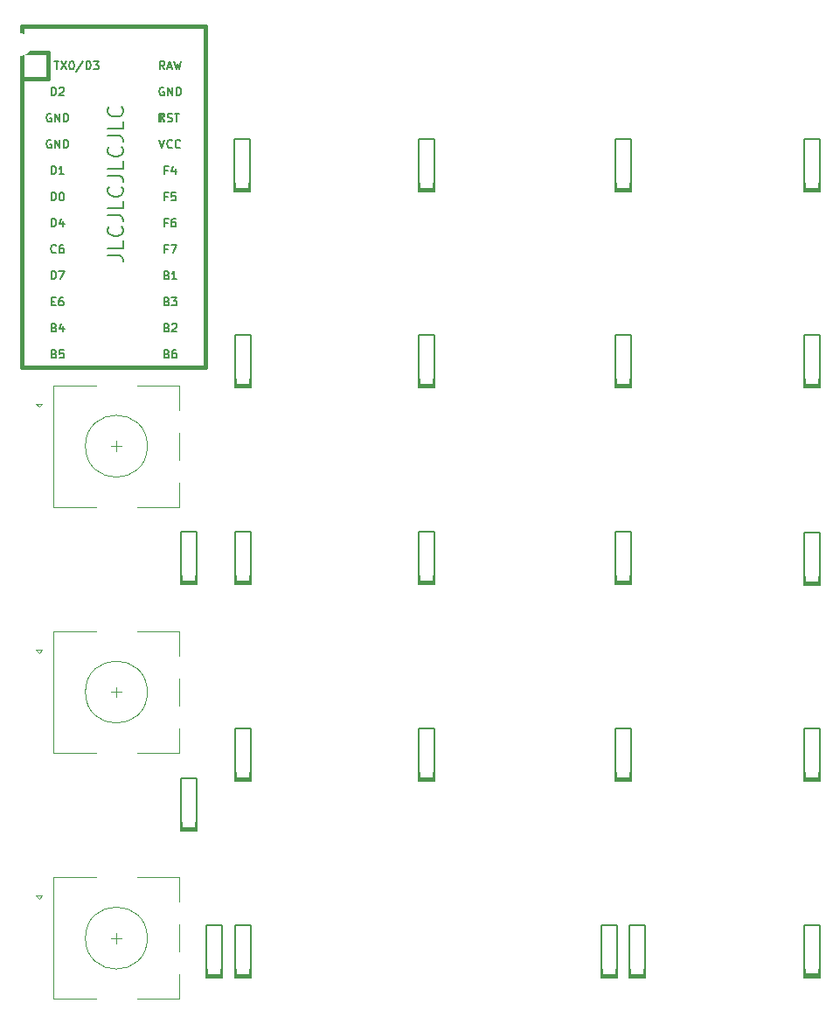
<source format=gto>
G04 #@! TF.GenerationSoftware,KiCad,Pcbnew,5.99.0+really5.1.10+dfsg1-1*
G04 #@! TF.CreationDate,2021-05-18T01:02:48-04:00*
G04 #@! TF.ProjectId,numpad_0,6e756d70-6164-45f3-902e-6b696361645f,rev?*
G04 #@! TF.SameCoordinates,Original*
G04 #@! TF.FileFunction,Legend,Top*
G04 #@! TF.FilePolarity,Positive*
%FSLAX46Y46*%
G04 Gerber Fmt 4.6, Leading zero omitted, Abs format (unit mm)*
G04 Created by KiCad (PCBNEW 5.99.0+really5.1.10+dfsg1-1) date 2021-05-18 01:02:48*
%MOMM*%
%LPD*%
G01*
G04 APERTURE LIST*
%ADD10C,0.200000*%
%ADD11C,0.381000*%
%ADD12C,0.150000*%
%ADD13C,0.120000*%
%ADD14C,2.200000*%
%ADD15C,3.987800*%
%ADD16C,1.750000*%
%ADD17C,1.752600*%
%ADD18C,3.048000*%
%ADD19C,2.000000*%
%ADD20R,3.200000X2.000000*%
%ADD21R,2.000000X2.000000*%
%ADD22C,1.600000*%
%ADD23R,1.200000X1.600000*%
G04 APERTURE END LIST*
D10*
X10291071Y-22168571D02*
X11362500Y-22168571D01*
X11576785Y-22240000D01*
X11719642Y-22382857D01*
X11791071Y-22597142D01*
X11791071Y-22740000D01*
X11791071Y-20740000D02*
X11791071Y-21454285D01*
X10291071Y-21454285D01*
X11648214Y-19382857D02*
X11719642Y-19454285D01*
X11791071Y-19668571D01*
X11791071Y-19811428D01*
X11719642Y-20025714D01*
X11576785Y-20168571D01*
X11433928Y-20240000D01*
X11148214Y-20311428D01*
X10933928Y-20311428D01*
X10648214Y-20240000D01*
X10505357Y-20168571D01*
X10362500Y-20025714D01*
X10291071Y-19811428D01*
X10291071Y-19668571D01*
X10362500Y-19454285D01*
X10433928Y-19382857D01*
X10291071Y-18311428D02*
X11362500Y-18311428D01*
X11576785Y-18382857D01*
X11719642Y-18525714D01*
X11791071Y-18740000D01*
X11791071Y-18882857D01*
X11791071Y-16882857D02*
X11791071Y-17597142D01*
X10291071Y-17597142D01*
X11648214Y-15525714D02*
X11719642Y-15597142D01*
X11791071Y-15811428D01*
X11791071Y-15954285D01*
X11719642Y-16168571D01*
X11576785Y-16311428D01*
X11433928Y-16382857D01*
X11148214Y-16454285D01*
X10933928Y-16454285D01*
X10648214Y-16382857D01*
X10505357Y-16311428D01*
X10362500Y-16168571D01*
X10291071Y-15954285D01*
X10291071Y-15811428D01*
X10362500Y-15597142D01*
X10433928Y-15525714D01*
X10291071Y-14454285D02*
X11362500Y-14454285D01*
X11576785Y-14525714D01*
X11719642Y-14668571D01*
X11791071Y-14882857D01*
X11791071Y-15025714D01*
X11791071Y-13025714D02*
X11791071Y-13740000D01*
X10291071Y-13740000D01*
X11648214Y-11668571D02*
X11719642Y-11739999D01*
X11791071Y-11954285D01*
X11791071Y-12097142D01*
X11719642Y-12311428D01*
X11576785Y-12454285D01*
X11433928Y-12525714D01*
X11148214Y-12597142D01*
X10933928Y-12597142D01*
X10648214Y-12525714D01*
X10505357Y-12454285D01*
X10362500Y-12311428D01*
X10291071Y-12097142D01*
X10291071Y-11954285D01*
X10362500Y-11739999D01*
X10433928Y-11668571D01*
X10291071Y-10597142D02*
X11362500Y-10597142D01*
X11576785Y-10668571D01*
X11719642Y-10811428D01*
X11791071Y-11025714D01*
X11791071Y-11168571D01*
X11791071Y-9168571D02*
X11791071Y-9882857D01*
X10291071Y-9882857D01*
X11648214Y-7811428D02*
X11719642Y-7882857D01*
X11791071Y-8097142D01*
X11791071Y-8239999D01*
X11719642Y-8454285D01*
X11576785Y-8597142D01*
X11433928Y-8668571D01*
X11148214Y-8739999D01*
X10933928Y-8739999D01*
X10648214Y-8668571D01*
X10505357Y-8597142D01*
X10362500Y-8454285D01*
X10291071Y-8239999D01*
X10291071Y-8097142D01*
X10362500Y-7882857D01*
X10433928Y-7811428D01*
D11*
X1968500Y-2540000D02*
X1968500Y-33020000D01*
X1968500Y-33020000D02*
X19748500Y-33020000D01*
X19748500Y-33020000D02*
X19748500Y-2540000D01*
X4508500Y-2540000D02*
X4508500Y-5080000D01*
X4508500Y-5080000D02*
X1968500Y-5080000D01*
D12*
G36*
X15790068Y-8419360D02*
G01*
X15790068Y-8719360D01*
X15690068Y-8719360D01*
X15690068Y-8419360D01*
X15790068Y-8419360D01*
G37*
X15790068Y-8419360D02*
X15790068Y-8719360D01*
X15690068Y-8719360D01*
X15690068Y-8419360D01*
X15790068Y-8419360D01*
G36*
X15590068Y-8819360D02*
G01*
X15590068Y-8919360D01*
X15490068Y-8919360D01*
X15490068Y-8819360D01*
X15590068Y-8819360D01*
G37*
X15590068Y-8819360D02*
X15590068Y-8919360D01*
X15490068Y-8919360D01*
X15490068Y-8819360D01*
X15590068Y-8819360D01*
G36*
X15790068Y-8419360D02*
G01*
X15790068Y-8519360D01*
X15290068Y-8519360D01*
X15290068Y-8419360D01*
X15790068Y-8419360D01*
G37*
X15790068Y-8419360D02*
X15790068Y-8519360D01*
X15290068Y-8519360D01*
X15290068Y-8419360D01*
X15790068Y-8419360D01*
G36*
X15390068Y-8419360D02*
G01*
X15390068Y-9219360D01*
X15290068Y-9219360D01*
X15290068Y-8419360D01*
X15390068Y-8419360D01*
G37*
X15390068Y-8419360D02*
X15390068Y-9219360D01*
X15290068Y-9219360D01*
X15290068Y-8419360D01*
X15390068Y-8419360D01*
G36*
X15790068Y-9019360D02*
G01*
X15790068Y-9219360D01*
X15690068Y-9219360D01*
X15690068Y-9019360D01*
X15790068Y-9019360D01*
G37*
X15790068Y-9019360D02*
X15790068Y-9219360D01*
X15690068Y-9219360D01*
X15690068Y-9019360D01*
X15790068Y-9019360D01*
D11*
X19748500Y-2540000D02*
X19748500Y0D01*
X19748500Y0D02*
X1968500Y0D01*
X1968500Y0D02*
X1968500Y-2540000D01*
X4508500Y-2540000D02*
X1968500Y-2540000D01*
D13*
X14112500Y-88265000D02*
G75*
G03*
X14112500Y-88265000I-3000000J0D01*
G01*
X13112500Y-82365000D02*
X17212500Y-82365000D01*
X17212500Y-94165000D02*
X13112500Y-94165000D01*
X9112500Y-94165000D02*
X5012500Y-94165000D01*
X9112500Y-82365000D02*
X5012500Y-82365000D01*
X5012500Y-82365000D02*
X5012500Y-94165000D01*
X3612500Y-84465000D02*
X3312500Y-84165000D01*
X3312500Y-84165000D02*
X3912500Y-84165000D01*
X3912500Y-84165000D02*
X3612500Y-84465000D01*
X17212500Y-82365000D02*
X17212500Y-84765000D01*
X17212500Y-86965000D02*
X17212500Y-89565000D01*
X17212500Y-91765000D02*
X17212500Y-94165000D01*
X11112500Y-87765000D02*
X11112500Y-88765000D01*
X10612500Y-88265000D02*
X11612500Y-88265000D01*
X14112500Y-64452500D02*
G75*
G03*
X14112500Y-64452500I-3000000J0D01*
G01*
X13112500Y-58552500D02*
X17212500Y-58552500D01*
X17212500Y-70352500D02*
X13112500Y-70352500D01*
X9112500Y-70352500D02*
X5012500Y-70352500D01*
X9112500Y-58552500D02*
X5012500Y-58552500D01*
X5012500Y-58552500D02*
X5012500Y-70352500D01*
X3612500Y-60652500D02*
X3312500Y-60352500D01*
X3312500Y-60352500D02*
X3912500Y-60352500D01*
X3912500Y-60352500D02*
X3612500Y-60652500D01*
X17212500Y-58552500D02*
X17212500Y-60952500D01*
X17212500Y-63152500D02*
X17212500Y-65752500D01*
X17212500Y-67952500D02*
X17212500Y-70352500D01*
X11112500Y-63952500D02*
X11112500Y-64952500D01*
X10612500Y-64452500D02*
X11612500Y-64452500D01*
X14112500Y-40640000D02*
G75*
G03*
X14112500Y-40640000I-3000000J0D01*
G01*
X13112500Y-34740000D02*
X17212500Y-34740000D01*
X17212500Y-46540000D02*
X13112500Y-46540000D01*
X9112500Y-46540000D02*
X5012500Y-46540000D01*
X9112500Y-34740000D02*
X5012500Y-34740000D01*
X5012500Y-34740000D02*
X5012500Y-46540000D01*
X3612500Y-36840000D02*
X3312500Y-36540000D01*
X3312500Y-36540000D02*
X3912500Y-36540000D01*
X3912500Y-36540000D02*
X3612500Y-36840000D01*
X17212500Y-34740000D02*
X17212500Y-37140000D01*
X17212500Y-39340000D02*
X17212500Y-41940000D01*
X17212500Y-44140000D02*
X17212500Y-46540000D01*
X11112500Y-40140000D02*
X11112500Y-41140000D01*
X10612500Y-40640000D02*
X11612500Y-40640000D01*
D12*
X17335500Y-77152500D02*
X18859500Y-77152500D01*
X17335500Y-77279500D02*
X18859500Y-77279500D01*
X18859500Y-77406500D02*
X17335500Y-77406500D01*
X17335500Y-77787500D02*
X18859500Y-77787500D01*
X18859500Y-77660500D02*
X17335500Y-77660500D01*
X17335500Y-77533500D02*
X18859500Y-77533500D01*
X17335500Y-72834500D02*
X17335500Y-73342500D01*
X18859500Y-72834500D02*
X17335500Y-72834500D01*
X18859500Y-77914500D02*
X18859500Y-72834500D01*
X17335500Y-77914500D02*
X18859500Y-77914500D01*
X17335500Y-72834500D02*
X17335500Y-77914500D01*
X17399000Y-53273500D02*
X18923000Y-53273500D01*
X17399000Y-53400500D02*
X18923000Y-53400500D01*
X18923000Y-53527500D02*
X17399000Y-53527500D01*
X17399000Y-53908500D02*
X18923000Y-53908500D01*
X18923000Y-53781500D02*
X17399000Y-53781500D01*
X17399000Y-53654500D02*
X18923000Y-53654500D01*
X17399000Y-48955500D02*
X17399000Y-49463500D01*
X18923000Y-48955500D02*
X17399000Y-48955500D01*
X18923000Y-54035500D02*
X18923000Y-48955500D01*
X17399000Y-54035500D02*
X18923000Y-54035500D01*
X17399000Y-48955500D02*
X17399000Y-54035500D01*
X77724000Y-91313000D02*
X79248000Y-91313000D01*
X77724000Y-91440000D02*
X79248000Y-91440000D01*
X79248000Y-91567000D02*
X77724000Y-91567000D01*
X77724000Y-91948000D02*
X79248000Y-91948000D01*
X79248000Y-91821000D02*
X77724000Y-91821000D01*
X77724000Y-91694000D02*
X79248000Y-91694000D01*
X77724000Y-86995000D02*
X77724000Y-87503000D01*
X79248000Y-86995000D02*
X77724000Y-86995000D01*
X79248000Y-92075000D02*
X79248000Y-86995000D01*
X77724000Y-92075000D02*
X79248000Y-92075000D01*
X77724000Y-86995000D02*
X77724000Y-92075000D01*
X60769500Y-91376500D02*
X62293500Y-91376500D01*
X60769500Y-91503500D02*
X62293500Y-91503500D01*
X62293500Y-91630500D02*
X60769500Y-91630500D01*
X60769500Y-92011500D02*
X62293500Y-92011500D01*
X62293500Y-91884500D02*
X60769500Y-91884500D01*
X60769500Y-91757500D02*
X62293500Y-91757500D01*
X60769500Y-87058500D02*
X60769500Y-87566500D01*
X62293500Y-87058500D02*
X60769500Y-87058500D01*
X62293500Y-92138500D02*
X62293500Y-87058500D01*
X60769500Y-92138500D02*
X62293500Y-92138500D01*
X60769500Y-87058500D02*
X60769500Y-92138500D01*
X58102500Y-91376500D02*
X59626500Y-91376500D01*
X58102500Y-91503500D02*
X59626500Y-91503500D01*
X59626500Y-91630500D02*
X58102500Y-91630500D01*
X58102500Y-92011500D02*
X59626500Y-92011500D01*
X59626500Y-91884500D02*
X58102500Y-91884500D01*
X58102500Y-91757500D02*
X59626500Y-91757500D01*
X58102500Y-87058500D02*
X58102500Y-87566500D01*
X59626500Y-87058500D02*
X58102500Y-87058500D01*
X59626500Y-92138500D02*
X59626500Y-87058500D01*
X58102500Y-92138500D02*
X59626500Y-92138500D01*
X58102500Y-87058500D02*
X58102500Y-92138500D01*
X22606000Y-91376500D02*
X24130000Y-91376500D01*
X22606000Y-91503500D02*
X24130000Y-91503500D01*
X24130000Y-91630500D02*
X22606000Y-91630500D01*
X22606000Y-92011500D02*
X24130000Y-92011500D01*
X24130000Y-91884500D02*
X22606000Y-91884500D01*
X22606000Y-91757500D02*
X24130000Y-91757500D01*
X22606000Y-87058500D02*
X22606000Y-87566500D01*
X24130000Y-87058500D02*
X22606000Y-87058500D01*
X24130000Y-92138500D02*
X24130000Y-87058500D01*
X22606000Y-92138500D02*
X24130000Y-92138500D01*
X22606000Y-87058500D02*
X22606000Y-92138500D01*
X19812000Y-91376500D02*
X21336000Y-91376500D01*
X19812000Y-91503500D02*
X21336000Y-91503500D01*
X21336000Y-91630500D02*
X19812000Y-91630500D01*
X19812000Y-92011500D02*
X21336000Y-92011500D01*
X21336000Y-91884500D02*
X19812000Y-91884500D01*
X19812000Y-91757500D02*
X21336000Y-91757500D01*
X19812000Y-87058500D02*
X19812000Y-87566500D01*
X21336000Y-87058500D02*
X19812000Y-87058500D01*
X21336000Y-92138500D02*
X21336000Y-87058500D01*
X19812000Y-92138500D02*
X21336000Y-92138500D01*
X19812000Y-87058500D02*
X19812000Y-92138500D01*
X77724000Y-72326500D02*
X79248000Y-72326500D01*
X77724000Y-72453500D02*
X79248000Y-72453500D01*
X79248000Y-72580500D02*
X77724000Y-72580500D01*
X77724000Y-72961500D02*
X79248000Y-72961500D01*
X79248000Y-72834500D02*
X77724000Y-72834500D01*
X77724000Y-72707500D02*
X79248000Y-72707500D01*
X77724000Y-68008500D02*
X77724000Y-68516500D01*
X79248000Y-68008500D02*
X77724000Y-68008500D01*
X79248000Y-73088500D02*
X79248000Y-68008500D01*
X77724000Y-73088500D02*
X79248000Y-73088500D01*
X77724000Y-68008500D02*
X77724000Y-73088500D01*
X77698600Y-53340000D02*
X79222600Y-53340000D01*
X77698600Y-53467000D02*
X79222600Y-53467000D01*
X79222600Y-53594000D02*
X77698600Y-53594000D01*
X77698600Y-53975000D02*
X79222600Y-53975000D01*
X79222600Y-53848000D02*
X77698600Y-53848000D01*
X77698600Y-53721000D02*
X79222600Y-53721000D01*
X77698600Y-49022000D02*
X77698600Y-49530000D01*
X79222600Y-49022000D02*
X77698600Y-49022000D01*
X79222600Y-54102000D02*
X79222600Y-49022000D01*
X77698600Y-54102000D02*
X79222600Y-54102000D01*
X77698600Y-49022000D02*
X77698600Y-54102000D01*
X77724000Y-34226500D02*
X79248000Y-34226500D01*
X77724000Y-34353500D02*
X79248000Y-34353500D01*
X79248000Y-34480500D02*
X77724000Y-34480500D01*
X77724000Y-34861500D02*
X79248000Y-34861500D01*
X79248000Y-34734500D02*
X77724000Y-34734500D01*
X77724000Y-34607500D02*
X79248000Y-34607500D01*
X77724000Y-29908500D02*
X77724000Y-30416500D01*
X79248000Y-29908500D02*
X77724000Y-29908500D01*
X79248000Y-34988500D02*
X79248000Y-29908500D01*
X77724000Y-34988500D02*
X79248000Y-34988500D01*
X77724000Y-29908500D02*
X77724000Y-34988500D01*
X77724000Y-15240000D02*
X79248000Y-15240000D01*
X77724000Y-15367000D02*
X79248000Y-15367000D01*
X79248000Y-15494000D02*
X77724000Y-15494000D01*
X77724000Y-15875000D02*
X79248000Y-15875000D01*
X79248000Y-15748000D02*
X77724000Y-15748000D01*
X77724000Y-15621000D02*
X79248000Y-15621000D01*
X77724000Y-10922000D02*
X77724000Y-11430000D01*
X79248000Y-10922000D02*
X77724000Y-10922000D01*
X79248000Y-16002000D02*
X79248000Y-10922000D01*
X77724000Y-16002000D02*
X79248000Y-16002000D01*
X77724000Y-10922000D02*
X77724000Y-16002000D01*
X59436000Y-72326500D02*
X60960000Y-72326500D01*
X59436000Y-72453500D02*
X60960000Y-72453500D01*
X60960000Y-72580500D02*
X59436000Y-72580500D01*
X59436000Y-72961500D02*
X60960000Y-72961500D01*
X60960000Y-72834500D02*
X59436000Y-72834500D01*
X59436000Y-72707500D02*
X60960000Y-72707500D01*
X59436000Y-68008500D02*
X59436000Y-68516500D01*
X60960000Y-68008500D02*
X59436000Y-68008500D01*
X60960000Y-73088500D02*
X60960000Y-68008500D01*
X59436000Y-73088500D02*
X60960000Y-73088500D01*
X59436000Y-68008500D02*
X59436000Y-73088500D01*
X59410600Y-53276500D02*
X60934600Y-53276500D01*
X59410600Y-53403500D02*
X60934600Y-53403500D01*
X60934600Y-53530500D02*
X59410600Y-53530500D01*
X59410600Y-53911500D02*
X60934600Y-53911500D01*
X60934600Y-53784500D02*
X59410600Y-53784500D01*
X59410600Y-53657500D02*
X60934600Y-53657500D01*
X59410600Y-48958500D02*
X59410600Y-49466500D01*
X60934600Y-48958500D02*
X59410600Y-48958500D01*
X60934600Y-54038500D02*
X60934600Y-48958500D01*
X59410600Y-54038500D02*
X60934600Y-54038500D01*
X59410600Y-48958500D02*
X59410600Y-54038500D01*
X59436000Y-34226500D02*
X60960000Y-34226500D01*
X59436000Y-34353500D02*
X60960000Y-34353500D01*
X60960000Y-34480500D02*
X59436000Y-34480500D01*
X59436000Y-34861500D02*
X60960000Y-34861500D01*
X60960000Y-34734500D02*
X59436000Y-34734500D01*
X59436000Y-34607500D02*
X60960000Y-34607500D01*
X59436000Y-29908500D02*
X59436000Y-30416500D01*
X60960000Y-29908500D02*
X59436000Y-29908500D01*
X60960000Y-34988500D02*
X60960000Y-29908500D01*
X59436000Y-34988500D02*
X60960000Y-34988500D01*
X59436000Y-29908500D02*
X59436000Y-34988500D01*
X59436000Y-15240000D02*
X60960000Y-15240000D01*
X59436000Y-15367000D02*
X60960000Y-15367000D01*
X60960000Y-15494000D02*
X59436000Y-15494000D01*
X59436000Y-15875000D02*
X60960000Y-15875000D01*
X60960000Y-15748000D02*
X59436000Y-15748000D01*
X59436000Y-15621000D02*
X60960000Y-15621000D01*
X59436000Y-10922000D02*
X59436000Y-11430000D01*
X60960000Y-10922000D02*
X59436000Y-10922000D01*
X60960000Y-16002000D02*
X60960000Y-10922000D01*
X59436000Y-16002000D02*
X60960000Y-16002000D01*
X59436000Y-10922000D02*
X59436000Y-16002000D01*
X40386000Y-72326500D02*
X41910000Y-72326500D01*
X40386000Y-72453500D02*
X41910000Y-72453500D01*
X41910000Y-72580500D02*
X40386000Y-72580500D01*
X40386000Y-72961500D02*
X41910000Y-72961500D01*
X41910000Y-72834500D02*
X40386000Y-72834500D01*
X40386000Y-72707500D02*
X41910000Y-72707500D01*
X40386000Y-68008500D02*
X40386000Y-68516500D01*
X41910000Y-68008500D02*
X40386000Y-68008500D01*
X41910000Y-73088500D02*
X41910000Y-68008500D01*
X40386000Y-73088500D02*
X41910000Y-73088500D01*
X40386000Y-68008500D02*
X40386000Y-73088500D01*
X40360600Y-53276500D02*
X41884600Y-53276500D01*
X40360600Y-53403500D02*
X41884600Y-53403500D01*
X41884600Y-53530500D02*
X40360600Y-53530500D01*
X40360600Y-53911500D02*
X41884600Y-53911500D01*
X41884600Y-53784500D02*
X40360600Y-53784500D01*
X40360600Y-53657500D02*
X41884600Y-53657500D01*
X40360600Y-48958500D02*
X40360600Y-49466500D01*
X41884600Y-48958500D02*
X40360600Y-48958500D01*
X41884600Y-54038500D02*
X41884600Y-48958500D01*
X40360600Y-54038500D02*
X41884600Y-54038500D01*
X40360600Y-48958500D02*
X40360600Y-54038500D01*
X40386000Y-34226500D02*
X41910000Y-34226500D01*
X40386000Y-34353500D02*
X41910000Y-34353500D01*
X41910000Y-34480500D02*
X40386000Y-34480500D01*
X40386000Y-34861500D02*
X41910000Y-34861500D01*
X41910000Y-34734500D02*
X40386000Y-34734500D01*
X40386000Y-34607500D02*
X41910000Y-34607500D01*
X40386000Y-29908500D02*
X40386000Y-30416500D01*
X41910000Y-29908500D02*
X40386000Y-29908500D01*
X41910000Y-34988500D02*
X41910000Y-29908500D01*
X40386000Y-34988500D02*
X41910000Y-34988500D01*
X40386000Y-29908500D02*
X40386000Y-34988500D01*
X40386000Y-15240000D02*
X41910000Y-15240000D01*
X40386000Y-15367000D02*
X41910000Y-15367000D01*
X41910000Y-15494000D02*
X40386000Y-15494000D01*
X40386000Y-15875000D02*
X41910000Y-15875000D01*
X41910000Y-15748000D02*
X40386000Y-15748000D01*
X40386000Y-15621000D02*
X41910000Y-15621000D01*
X40386000Y-10922000D02*
X40386000Y-11430000D01*
X41910000Y-10922000D02*
X40386000Y-10922000D01*
X41910000Y-16002000D02*
X41910000Y-10922000D01*
X40386000Y-16002000D02*
X41910000Y-16002000D01*
X40386000Y-10922000D02*
X40386000Y-16002000D01*
X22606000Y-72326500D02*
X24130000Y-72326500D01*
X22606000Y-72453500D02*
X24130000Y-72453500D01*
X24130000Y-72580500D02*
X22606000Y-72580500D01*
X22606000Y-72961500D02*
X24130000Y-72961500D01*
X24130000Y-72834500D02*
X22606000Y-72834500D01*
X22606000Y-72707500D02*
X24130000Y-72707500D01*
X22606000Y-68008500D02*
X22606000Y-68516500D01*
X24130000Y-68008500D02*
X22606000Y-68008500D01*
X24130000Y-73088500D02*
X24130000Y-68008500D01*
X22606000Y-73088500D02*
X24130000Y-73088500D01*
X22606000Y-68008500D02*
X22606000Y-73088500D01*
X22606000Y-53276500D02*
X24130000Y-53276500D01*
X22606000Y-53403500D02*
X24130000Y-53403500D01*
X24130000Y-53530500D02*
X22606000Y-53530500D01*
X22606000Y-53911500D02*
X24130000Y-53911500D01*
X24130000Y-53784500D02*
X22606000Y-53784500D01*
X22606000Y-53657500D02*
X24130000Y-53657500D01*
X22606000Y-48958500D02*
X22606000Y-49466500D01*
X24130000Y-48958500D02*
X22606000Y-48958500D01*
X24130000Y-54038500D02*
X24130000Y-48958500D01*
X22606000Y-54038500D02*
X24130000Y-54038500D01*
X22606000Y-48958500D02*
X22606000Y-54038500D01*
X22606000Y-34226500D02*
X24130000Y-34226500D01*
X22606000Y-34353500D02*
X24130000Y-34353500D01*
X24130000Y-34480500D02*
X22606000Y-34480500D01*
X22606000Y-34861500D02*
X24130000Y-34861500D01*
X24130000Y-34734500D02*
X22606000Y-34734500D01*
X22606000Y-34607500D02*
X24130000Y-34607500D01*
X22606000Y-29908500D02*
X22606000Y-30416500D01*
X24130000Y-29908500D02*
X22606000Y-29908500D01*
X24130000Y-34988500D02*
X24130000Y-29908500D01*
X22606000Y-34988500D02*
X24130000Y-34988500D01*
X22606000Y-29908500D02*
X22606000Y-34988500D01*
X22542500Y-15240000D02*
X24066500Y-15240000D01*
X22542500Y-15367000D02*
X24066500Y-15367000D01*
X24066500Y-15494000D02*
X22542500Y-15494000D01*
X22542500Y-15875000D02*
X24066500Y-15875000D01*
X24066500Y-15748000D02*
X22542500Y-15748000D01*
X22542500Y-15621000D02*
X24066500Y-15621000D01*
X22542500Y-10922000D02*
X22542500Y-11430000D01*
X24066500Y-10922000D02*
X22542500Y-10922000D01*
X24066500Y-16002000D02*
X24066500Y-10922000D01*
X22542500Y-16002000D02*
X24066500Y-16002000D01*
X22542500Y-10922000D02*
X22542500Y-16002000D01*
X5096151Y-3371904D02*
X5553294Y-3371904D01*
X5324723Y-4171904D02*
X5324723Y-3371904D01*
X5743770Y-3371904D02*
X6277104Y-4171904D01*
X6277104Y-3371904D02*
X5743770Y-4171904D01*
X6734247Y-3371904D02*
X6810437Y-3371904D01*
X6886628Y-3410000D01*
X6924723Y-3448095D01*
X6962818Y-3524285D01*
X7000913Y-3676666D01*
X7000913Y-3867142D01*
X6962818Y-4019523D01*
X6924723Y-4095714D01*
X6886628Y-4133809D01*
X6810437Y-4171904D01*
X6734247Y-4171904D01*
X6658056Y-4133809D01*
X6619961Y-4095714D01*
X6581866Y-4019523D01*
X6543770Y-3867142D01*
X6543770Y-3676666D01*
X6581866Y-3524285D01*
X6619961Y-3448095D01*
X6658056Y-3410000D01*
X6734247Y-3371904D01*
X7915199Y-3333809D02*
X7229485Y-4362380D01*
X8181866Y-4171904D02*
X8181866Y-3371904D01*
X8372342Y-3371904D01*
X8486628Y-3410000D01*
X8562818Y-3486190D01*
X8600913Y-3562380D01*
X8639008Y-3714761D01*
X8639008Y-3829047D01*
X8600913Y-3981428D01*
X8562818Y-4057619D01*
X8486628Y-4133809D01*
X8372342Y-4171904D01*
X8181866Y-4171904D01*
X8905675Y-3371904D02*
X9400913Y-3371904D01*
X9134247Y-3676666D01*
X9248532Y-3676666D01*
X9324723Y-3714761D01*
X9362818Y-3752857D01*
X9400913Y-3829047D01*
X9400913Y-4019523D01*
X9362818Y-4095714D01*
X9324723Y-4133809D01*
X9248532Y-4171904D01*
X9019961Y-4171904D01*
X8943770Y-4133809D01*
X8905675Y-4095714D01*
X4807023Y-6711904D02*
X4807023Y-5911904D01*
X4997500Y-5911904D01*
X5111785Y-5950000D01*
X5187976Y-6026190D01*
X5226071Y-6102380D01*
X5264166Y-6254761D01*
X5264166Y-6369047D01*
X5226071Y-6521428D01*
X5187976Y-6597619D01*
X5111785Y-6673809D01*
X4997500Y-6711904D01*
X4807023Y-6711904D01*
X5568928Y-5988095D02*
X5607023Y-5950000D01*
X5683214Y-5911904D01*
X5873690Y-5911904D01*
X5949880Y-5950000D01*
X5987976Y-5988095D01*
X6026071Y-6064285D01*
X6026071Y-6140476D01*
X5987976Y-6254761D01*
X5530833Y-6711904D01*
X6026071Y-6711904D01*
X4807023Y-16871904D02*
X4807023Y-16071904D01*
X4997500Y-16071904D01*
X5111785Y-16110000D01*
X5187976Y-16186190D01*
X5226071Y-16262380D01*
X5264166Y-16414761D01*
X5264166Y-16529047D01*
X5226071Y-16681428D01*
X5187976Y-16757619D01*
X5111785Y-16833809D01*
X4997500Y-16871904D01*
X4807023Y-16871904D01*
X5759404Y-16071904D02*
X5835595Y-16071904D01*
X5911785Y-16110000D01*
X5949880Y-16148095D01*
X5987976Y-16224285D01*
X6026071Y-16376666D01*
X6026071Y-16567142D01*
X5987976Y-16719523D01*
X5949880Y-16795714D01*
X5911785Y-16833809D01*
X5835595Y-16871904D01*
X5759404Y-16871904D01*
X5683214Y-16833809D01*
X5645119Y-16795714D01*
X5607023Y-16719523D01*
X5568928Y-16567142D01*
X5568928Y-16376666D01*
X5607023Y-16224285D01*
X5645119Y-16148095D01*
X5683214Y-16110000D01*
X5759404Y-16071904D01*
X4807023Y-14331904D02*
X4807023Y-13531904D01*
X4997500Y-13531904D01*
X5111785Y-13570000D01*
X5187976Y-13646190D01*
X5226071Y-13722380D01*
X5264166Y-13874761D01*
X5264166Y-13989047D01*
X5226071Y-14141428D01*
X5187976Y-14217619D01*
X5111785Y-14293809D01*
X4997500Y-14331904D01*
X4807023Y-14331904D01*
X6026071Y-14331904D02*
X5568928Y-14331904D01*
X5797500Y-14331904D02*
X5797500Y-13531904D01*
X5721309Y-13646190D01*
X5645119Y-13722380D01*
X5568928Y-13760476D01*
X4787976Y-11030000D02*
X4711785Y-10991904D01*
X4597500Y-10991904D01*
X4483214Y-11030000D01*
X4407023Y-11106190D01*
X4368928Y-11182380D01*
X4330833Y-11334761D01*
X4330833Y-11449047D01*
X4368928Y-11601428D01*
X4407023Y-11677619D01*
X4483214Y-11753809D01*
X4597500Y-11791904D01*
X4673690Y-11791904D01*
X4787976Y-11753809D01*
X4826071Y-11715714D01*
X4826071Y-11449047D01*
X4673690Y-11449047D01*
X5168928Y-11791904D02*
X5168928Y-10991904D01*
X5626071Y-11791904D01*
X5626071Y-10991904D01*
X6007023Y-11791904D02*
X6007023Y-10991904D01*
X6197500Y-10991904D01*
X6311785Y-11030000D01*
X6387976Y-11106190D01*
X6426071Y-11182380D01*
X6464166Y-11334761D01*
X6464166Y-11449047D01*
X6426071Y-11601428D01*
X6387976Y-11677619D01*
X6311785Y-11753809D01*
X6197500Y-11791904D01*
X6007023Y-11791904D01*
X4787976Y-8490000D02*
X4711785Y-8451904D01*
X4597500Y-8451904D01*
X4483214Y-8490000D01*
X4407023Y-8566190D01*
X4368928Y-8642380D01*
X4330833Y-8794761D01*
X4330833Y-8909047D01*
X4368928Y-9061428D01*
X4407023Y-9137619D01*
X4483214Y-9213809D01*
X4597500Y-9251904D01*
X4673690Y-9251904D01*
X4787976Y-9213809D01*
X4826071Y-9175714D01*
X4826071Y-8909047D01*
X4673690Y-8909047D01*
X5168928Y-9251904D02*
X5168928Y-8451904D01*
X5626071Y-9251904D01*
X5626071Y-8451904D01*
X6007023Y-9251904D02*
X6007023Y-8451904D01*
X6197500Y-8451904D01*
X6311785Y-8490000D01*
X6387976Y-8566190D01*
X6426071Y-8642380D01*
X6464166Y-8794761D01*
X6464166Y-8909047D01*
X6426071Y-9061428D01*
X6387976Y-9137619D01*
X6311785Y-9213809D01*
X6197500Y-9251904D01*
X6007023Y-9251904D01*
X4807023Y-19411904D02*
X4807023Y-18611904D01*
X4997500Y-18611904D01*
X5111785Y-18650000D01*
X5187976Y-18726190D01*
X5226071Y-18802380D01*
X5264166Y-18954761D01*
X5264166Y-19069047D01*
X5226071Y-19221428D01*
X5187976Y-19297619D01*
X5111785Y-19373809D01*
X4997500Y-19411904D01*
X4807023Y-19411904D01*
X5949880Y-18878571D02*
X5949880Y-19411904D01*
X5759404Y-18573809D02*
X5568928Y-19145238D01*
X6064166Y-19145238D01*
X5264166Y-21875714D02*
X5226071Y-21913809D01*
X5111785Y-21951904D01*
X5035595Y-21951904D01*
X4921309Y-21913809D01*
X4845119Y-21837619D01*
X4807023Y-21761428D01*
X4768928Y-21609047D01*
X4768928Y-21494761D01*
X4807023Y-21342380D01*
X4845119Y-21266190D01*
X4921309Y-21190000D01*
X5035595Y-21151904D01*
X5111785Y-21151904D01*
X5226071Y-21190000D01*
X5264166Y-21228095D01*
X5949880Y-21151904D02*
X5797500Y-21151904D01*
X5721309Y-21190000D01*
X5683214Y-21228095D01*
X5607023Y-21342380D01*
X5568928Y-21494761D01*
X5568928Y-21799523D01*
X5607023Y-21875714D01*
X5645119Y-21913809D01*
X5721309Y-21951904D01*
X5873690Y-21951904D01*
X5949880Y-21913809D01*
X5987976Y-21875714D01*
X6026071Y-21799523D01*
X6026071Y-21609047D01*
X5987976Y-21532857D01*
X5949880Y-21494761D01*
X5873690Y-21456666D01*
X5721309Y-21456666D01*
X5645119Y-21494761D01*
X5607023Y-21532857D01*
X5568928Y-21609047D01*
X4807023Y-24491904D02*
X4807023Y-23691904D01*
X4997500Y-23691904D01*
X5111785Y-23730000D01*
X5187976Y-23806190D01*
X5226071Y-23882380D01*
X5264166Y-24034761D01*
X5264166Y-24149047D01*
X5226071Y-24301428D01*
X5187976Y-24377619D01*
X5111785Y-24453809D01*
X4997500Y-24491904D01*
X4807023Y-24491904D01*
X5530833Y-23691904D02*
X6064166Y-23691904D01*
X5721309Y-24491904D01*
X4845119Y-26612857D02*
X5111785Y-26612857D01*
X5226071Y-27031904D02*
X4845119Y-27031904D01*
X4845119Y-26231904D01*
X5226071Y-26231904D01*
X5911785Y-26231904D02*
X5759404Y-26231904D01*
X5683214Y-26270000D01*
X5645119Y-26308095D01*
X5568928Y-26422380D01*
X5530833Y-26574761D01*
X5530833Y-26879523D01*
X5568928Y-26955714D01*
X5607023Y-26993809D01*
X5683214Y-27031904D01*
X5835595Y-27031904D01*
X5911785Y-26993809D01*
X5949880Y-26955714D01*
X5987976Y-26879523D01*
X5987976Y-26689047D01*
X5949880Y-26612857D01*
X5911785Y-26574761D01*
X5835595Y-26536666D01*
X5683214Y-26536666D01*
X5607023Y-26574761D01*
X5568928Y-26612857D01*
X5530833Y-26689047D01*
X5073690Y-29152857D02*
X5187976Y-29190952D01*
X5226071Y-29229047D01*
X5264166Y-29305238D01*
X5264166Y-29419523D01*
X5226071Y-29495714D01*
X5187976Y-29533809D01*
X5111785Y-29571904D01*
X4807023Y-29571904D01*
X4807023Y-28771904D01*
X5073690Y-28771904D01*
X5149880Y-28810000D01*
X5187976Y-28848095D01*
X5226071Y-28924285D01*
X5226071Y-29000476D01*
X5187976Y-29076666D01*
X5149880Y-29114761D01*
X5073690Y-29152857D01*
X4807023Y-29152857D01*
X5949880Y-29038571D02*
X5949880Y-29571904D01*
X5759404Y-28733809D02*
X5568928Y-29305238D01*
X6064166Y-29305238D01*
X5073690Y-31692857D02*
X5187976Y-31730952D01*
X5226071Y-31769047D01*
X5264166Y-31845238D01*
X5264166Y-31959523D01*
X5226071Y-32035714D01*
X5187976Y-32073809D01*
X5111785Y-32111904D01*
X4807023Y-32111904D01*
X4807023Y-31311904D01*
X5073690Y-31311904D01*
X5149880Y-31350000D01*
X5187976Y-31388095D01*
X5226071Y-31464285D01*
X5226071Y-31540476D01*
X5187976Y-31616666D01*
X5149880Y-31654761D01*
X5073690Y-31692857D01*
X4807023Y-31692857D01*
X5987976Y-31311904D02*
X5607023Y-31311904D01*
X5568928Y-31692857D01*
X5607023Y-31654761D01*
X5683214Y-31616666D01*
X5873690Y-31616666D01*
X5949880Y-31654761D01*
X5987976Y-31692857D01*
X6026071Y-31769047D01*
X6026071Y-31959523D01*
X5987976Y-32035714D01*
X5949880Y-32073809D01*
X5873690Y-32111904D01*
X5683214Y-32111904D01*
X5607023Y-32073809D01*
X5568928Y-32035714D01*
X15995690Y-31692857D02*
X16109976Y-31730952D01*
X16148071Y-31769047D01*
X16186166Y-31845238D01*
X16186166Y-31959523D01*
X16148071Y-32035714D01*
X16109976Y-32073809D01*
X16033785Y-32111904D01*
X15729023Y-32111904D01*
X15729023Y-31311904D01*
X15995690Y-31311904D01*
X16071880Y-31350000D01*
X16109976Y-31388095D01*
X16148071Y-31464285D01*
X16148071Y-31540476D01*
X16109976Y-31616666D01*
X16071880Y-31654761D01*
X15995690Y-31692857D01*
X15729023Y-31692857D01*
X16871880Y-31311904D02*
X16719500Y-31311904D01*
X16643309Y-31350000D01*
X16605214Y-31388095D01*
X16529023Y-31502380D01*
X16490928Y-31654761D01*
X16490928Y-31959523D01*
X16529023Y-32035714D01*
X16567119Y-32073809D01*
X16643309Y-32111904D01*
X16795690Y-32111904D01*
X16871880Y-32073809D01*
X16909976Y-32035714D01*
X16948071Y-31959523D01*
X16948071Y-31769047D01*
X16909976Y-31692857D01*
X16871880Y-31654761D01*
X16795690Y-31616666D01*
X16643309Y-31616666D01*
X16567119Y-31654761D01*
X16529023Y-31692857D01*
X16490928Y-31769047D01*
X15995690Y-26612857D02*
X16109976Y-26650952D01*
X16148071Y-26689047D01*
X16186166Y-26765238D01*
X16186166Y-26879523D01*
X16148071Y-26955714D01*
X16109976Y-26993809D01*
X16033785Y-27031904D01*
X15729023Y-27031904D01*
X15729023Y-26231904D01*
X15995690Y-26231904D01*
X16071880Y-26270000D01*
X16109976Y-26308095D01*
X16148071Y-26384285D01*
X16148071Y-26460476D01*
X16109976Y-26536666D01*
X16071880Y-26574761D01*
X15995690Y-26612857D01*
X15729023Y-26612857D01*
X16452833Y-26231904D02*
X16948071Y-26231904D01*
X16681404Y-26536666D01*
X16795690Y-26536666D01*
X16871880Y-26574761D01*
X16909976Y-26612857D01*
X16948071Y-26689047D01*
X16948071Y-26879523D01*
X16909976Y-26955714D01*
X16871880Y-26993809D01*
X16795690Y-27031904D01*
X16567119Y-27031904D01*
X16490928Y-26993809D01*
X16452833Y-26955714D01*
X15995690Y-24072857D02*
X16109976Y-24110952D01*
X16148071Y-24149047D01*
X16186166Y-24225238D01*
X16186166Y-24339523D01*
X16148071Y-24415714D01*
X16109976Y-24453809D01*
X16033785Y-24491904D01*
X15729023Y-24491904D01*
X15729023Y-23691904D01*
X15995690Y-23691904D01*
X16071880Y-23730000D01*
X16109976Y-23768095D01*
X16148071Y-23844285D01*
X16148071Y-23920476D01*
X16109976Y-23996666D01*
X16071880Y-24034761D01*
X15995690Y-24072857D01*
X15729023Y-24072857D01*
X16948071Y-24491904D02*
X16490928Y-24491904D01*
X16719500Y-24491904D02*
X16719500Y-23691904D01*
X16643309Y-23806190D01*
X16567119Y-23882380D01*
X16490928Y-23920476D01*
X16052833Y-13912857D02*
X15786166Y-13912857D01*
X15786166Y-14331904D02*
X15786166Y-13531904D01*
X16167119Y-13531904D01*
X16814738Y-13798571D02*
X16814738Y-14331904D01*
X16624261Y-13493809D02*
X16433785Y-14065238D01*
X16929023Y-14065238D01*
X15252833Y-10991904D02*
X15519500Y-11791904D01*
X15786166Y-10991904D01*
X16509976Y-11715714D02*
X16471880Y-11753809D01*
X16357595Y-11791904D01*
X16281404Y-11791904D01*
X16167119Y-11753809D01*
X16090928Y-11677619D01*
X16052833Y-11601428D01*
X16014738Y-11449047D01*
X16014738Y-11334761D01*
X16052833Y-11182380D01*
X16090928Y-11106190D01*
X16167119Y-11030000D01*
X16281404Y-10991904D01*
X16357595Y-10991904D01*
X16471880Y-11030000D01*
X16509976Y-11068095D01*
X17309976Y-11715714D02*
X17271880Y-11753809D01*
X17157595Y-11791904D01*
X17081404Y-11791904D01*
X16967119Y-11753809D01*
X16890928Y-11677619D01*
X16852833Y-11601428D01*
X16814738Y-11449047D01*
X16814738Y-11334761D01*
X16852833Y-11182380D01*
X16890928Y-11106190D01*
X16967119Y-11030000D01*
X17081404Y-10991904D01*
X17157595Y-10991904D01*
X17271880Y-11030000D01*
X17309976Y-11068095D01*
X16058286Y-9183809D02*
X16172572Y-9221904D01*
X16363048Y-9221904D01*
X16439239Y-9183809D01*
X16477334Y-9145714D01*
X16515429Y-9069523D01*
X16515429Y-8993333D01*
X16477334Y-8917142D01*
X16439239Y-8879047D01*
X16363048Y-8840952D01*
X16210667Y-8802857D01*
X16134477Y-8764761D01*
X16096381Y-8726666D01*
X16058286Y-8650476D01*
X16058286Y-8574285D01*
X16096381Y-8498095D01*
X16134477Y-8460000D01*
X16210667Y-8421904D01*
X16401143Y-8421904D01*
X16515429Y-8460000D01*
X16744000Y-8421904D02*
X17201143Y-8421904D01*
X16972572Y-9221904D02*
X16972572Y-8421904D01*
X15709976Y-5950000D02*
X15633785Y-5911904D01*
X15519500Y-5911904D01*
X15405214Y-5950000D01*
X15329023Y-6026190D01*
X15290928Y-6102380D01*
X15252833Y-6254761D01*
X15252833Y-6369047D01*
X15290928Y-6521428D01*
X15329023Y-6597619D01*
X15405214Y-6673809D01*
X15519500Y-6711904D01*
X15595690Y-6711904D01*
X15709976Y-6673809D01*
X15748071Y-6635714D01*
X15748071Y-6369047D01*
X15595690Y-6369047D01*
X16090928Y-6711904D02*
X16090928Y-5911904D01*
X16548071Y-6711904D01*
X16548071Y-5911904D01*
X16929023Y-6711904D02*
X16929023Y-5911904D01*
X17119500Y-5911904D01*
X17233785Y-5950000D01*
X17309976Y-6026190D01*
X17348071Y-6102380D01*
X17386166Y-6254761D01*
X17386166Y-6369047D01*
X17348071Y-6521428D01*
X17309976Y-6597619D01*
X17233785Y-6673809D01*
X17119500Y-6711904D01*
X16929023Y-6711904D01*
X15767119Y-4171904D02*
X15500452Y-3790952D01*
X15309976Y-4171904D02*
X15309976Y-3371904D01*
X15614738Y-3371904D01*
X15690928Y-3410000D01*
X15729023Y-3448095D01*
X15767119Y-3524285D01*
X15767119Y-3638571D01*
X15729023Y-3714761D01*
X15690928Y-3752857D01*
X15614738Y-3790952D01*
X15309976Y-3790952D01*
X16071880Y-3943333D02*
X16452833Y-3943333D01*
X15995690Y-4171904D02*
X16262357Y-3371904D01*
X16529023Y-4171904D01*
X16719500Y-3371904D02*
X16909976Y-4171904D01*
X17062357Y-3600476D01*
X17214738Y-4171904D01*
X17405214Y-3371904D01*
X16052833Y-16452857D02*
X15786166Y-16452857D01*
X15786166Y-16871904D02*
X15786166Y-16071904D01*
X16167119Y-16071904D01*
X16852833Y-16071904D02*
X16471880Y-16071904D01*
X16433785Y-16452857D01*
X16471880Y-16414761D01*
X16548071Y-16376666D01*
X16738547Y-16376666D01*
X16814738Y-16414761D01*
X16852833Y-16452857D01*
X16890928Y-16529047D01*
X16890928Y-16719523D01*
X16852833Y-16795714D01*
X16814738Y-16833809D01*
X16738547Y-16871904D01*
X16548071Y-16871904D01*
X16471880Y-16833809D01*
X16433785Y-16795714D01*
X16052833Y-18992857D02*
X15786166Y-18992857D01*
X15786166Y-19411904D02*
X15786166Y-18611904D01*
X16167119Y-18611904D01*
X16814738Y-18611904D02*
X16662357Y-18611904D01*
X16586166Y-18650000D01*
X16548071Y-18688095D01*
X16471880Y-18802380D01*
X16433785Y-18954761D01*
X16433785Y-19259523D01*
X16471880Y-19335714D01*
X16509976Y-19373809D01*
X16586166Y-19411904D01*
X16738547Y-19411904D01*
X16814738Y-19373809D01*
X16852833Y-19335714D01*
X16890928Y-19259523D01*
X16890928Y-19069047D01*
X16852833Y-18992857D01*
X16814738Y-18954761D01*
X16738547Y-18916666D01*
X16586166Y-18916666D01*
X16509976Y-18954761D01*
X16471880Y-18992857D01*
X16433785Y-19069047D01*
X16052833Y-21532857D02*
X15786166Y-21532857D01*
X15786166Y-21951904D02*
X15786166Y-21151904D01*
X16167119Y-21151904D01*
X16395690Y-21151904D02*
X16929023Y-21151904D01*
X16586166Y-21951904D01*
X15995690Y-29152857D02*
X16109976Y-29190952D01*
X16148071Y-29229047D01*
X16186166Y-29305238D01*
X16186166Y-29419523D01*
X16148071Y-29495714D01*
X16109976Y-29533809D01*
X16033785Y-29571904D01*
X15729023Y-29571904D01*
X15729023Y-28771904D01*
X15995690Y-28771904D01*
X16071880Y-28810000D01*
X16109976Y-28848095D01*
X16148071Y-28924285D01*
X16148071Y-29000476D01*
X16109976Y-29076666D01*
X16071880Y-29114761D01*
X15995690Y-29152857D01*
X15729023Y-29152857D01*
X16490928Y-28848095D02*
X16529023Y-28810000D01*
X16605214Y-28771904D01*
X16795690Y-28771904D01*
X16871880Y-28810000D01*
X16909976Y-28848095D01*
X16948071Y-28924285D01*
X16948071Y-29000476D01*
X16909976Y-29114761D01*
X16452833Y-29571904D01*
X16948071Y-29571904D01*
%LPC*%
D14*
X98250000Y-1750000D03*
X98250000Y-98250000D03*
X1750000Y-98250000D03*
X1750000Y-1750000D03*
D15*
X31623000Y-12065000D03*
D16*
X26543000Y-12065000D03*
X36703000Y-12065000D03*
D17*
X18478500Y-3810000D03*
X3238500Y-31750000D03*
X18478500Y-6350000D03*
X18478500Y-8890000D03*
X18478500Y-11430000D03*
X18478500Y-13970000D03*
X18478500Y-16510000D03*
X18478500Y-19050000D03*
X18478500Y-21590000D03*
X18478500Y-24130000D03*
X18478500Y-26670000D03*
X18478500Y-29210000D03*
X18478500Y-31750000D03*
X3238500Y-29210000D03*
X3238500Y-26670000D03*
X3238500Y-24130000D03*
X3238500Y-21590000D03*
X3238500Y-19050000D03*
X3238500Y-16510000D03*
X3238500Y-13970000D03*
X3238500Y-11430000D03*
X3238500Y-8890000D03*
X3238500Y-6350000D03*
G36*
G01*
X2800350Y-2933700D02*
X3676650Y-2933700D01*
G75*
G02*
X4114800Y-3371850I0J-438150D01*
G01*
X4114800Y-4248150D01*
G75*
G02*
X3676650Y-4686300I-438150J0D01*
G01*
X2800350Y-4686300D01*
G75*
G02*
X2362200Y-4248150I0J438150D01*
G01*
X2362200Y-3371850D01*
G75*
G02*
X2800350Y-2933700I438150J0D01*
G01*
G37*
D15*
X69723000Y-31115000D03*
D16*
X64643000Y-31115000D03*
X74803000Y-31115000D03*
D15*
X50673000Y-31115000D03*
D16*
X45593000Y-31115000D03*
X55753000Y-31115000D03*
D15*
X88773000Y-78740000D03*
D16*
X88773000Y-83820000D03*
X88773000Y-73660000D03*
D18*
X81788000Y-90646250D03*
X81788000Y-66833750D03*
D15*
X97028000Y-90646250D03*
X97028000Y-66833750D03*
X88709500Y-40640000D03*
D16*
X88709500Y-45720000D03*
X88709500Y-35560000D03*
D18*
X81724500Y-52546250D03*
X81724500Y-28733750D03*
D15*
X96964500Y-52546250D03*
X96964500Y-28733750D03*
X41148000Y-88265000D03*
D16*
X36068000Y-88265000D03*
X46228000Y-88265000D03*
D18*
X29241750Y-81280000D03*
X53054250Y-81280000D03*
D15*
X29241750Y-96520000D03*
X53054250Y-96520000D03*
D19*
X18112500Y-90765000D03*
X18112500Y-85765000D03*
D20*
X11112500Y-93865000D03*
X11112500Y-82665000D03*
D19*
X3612500Y-90765000D03*
X3612500Y-88265000D03*
D21*
X3612500Y-85765000D03*
D19*
X18112500Y-66952500D03*
X18112500Y-61952500D03*
D20*
X11112500Y-70052500D03*
X11112500Y-58852500D03*
D19*
X3612500Y-66952500D03*
X3612500Y-64452500D03*
D21*
X3612500Y-61952500D03*
D19*
X18112500Y-43140000D03*
X18112500Y-38140000D03*
D20*
X11112500Y-46240000D03*
X11112500Y-35040000D03*
D19*
X3612500Y-43140000D03*
X3612500Y-40640000D03*
D21*
X3612500Y-38140000D03*
G36*
G01*
X17697500Y-78474500D02*
X18497500Y-78474500D01*
G75*
G02*
X18897500Y-78874500I0J-400000D01*
G01*
X18897500Y-79674500D01*
G75*
G02*
X18497500Y-80074500I-400000J0D01*
G01*
X17697500Y-80074500D01*
G75*
G02*
X17297500Y-79674500I0J400000D01*
G01*
X17297500Y-78874500D01*
G75*
G02*
X17697500Y-78474500I400000J0D01*
G01*
G37*
D22*
X18097500Y-71474500D03*
D23*
X18097500Y-73974500D03*
X18097500Y-76774500D03*
G36*
G01*
X17761000Y-54595500D02*
X18561000Y-54595500D01*
G75*
G02*
X18961000Y-54995500I0J-400000D01*
G01*
X18961000Y-55795500D01*
G75*
G02*
X18561000Y-56195500I-400000J0D01*
G01*
X17761000Y-56195500D01*
G75*
G02*
X17361000Y-55795500I0J400000D01*
G01*
X17361000Y-54995500D01*
G75*
G02*
X17761000Y-54595500I400000J0D01*
G01*
G37*
D22*
X18161000Y-47595500D03*
D23*
X18161000Y-50095500D03*
X18161000Y-52895500D03*
D15*
X88773000Y-88265000D03*
D16*
X83693000Y-88265000D03*
X93853000Y-88265000D03*
D15*
X69723000Y-88265000D03*
D16*
X64643000Y-88265000D03*
X74803000Y-88265000D03*
D15*
X50673000Y-88265000D03*
D16*
X45593000Y-88265000D03*
X55753000Y-88265000D03*
D15*
X31623000Y-88265000D03*
D16*
X26543000Y-88265000D03*
X36703000Y-88265000D03*
G36*
G01*
X78086000Y-92635000D02*
X78886000Y-92635000D01*
G75*
G02*
X79286000Y-93035000I0J-400000D01*
G01*
X79286000Y-93835000D01*
G75*
G02*
X78886000Y-94235000I-400000J0D01*
G01*
X78086000Y-94235000D01*
G75*
G02*
X77686000Y-93835000I0J400000D01*
G01*
X77686000Y-93035000D01*
G75*
G02*
X78086000Y-92635000I400000J0D01*
G01*
G37*
D22*
X78486000Y-85635000D03*
D23*
X78486000Y-88135000D03*
X78486000Y-90935000D03*
G36*
G01*
X61131500Y-92698500D02*
X61931500Y-92698500D01*
G75*
G02*
X62331500Y-93098500I0J-400000D01*
G01*
X62331500Y-93898500D01*
G75*
G02*
X61931500Y-94298500I-400000J0D01*
G01*
X61131500Y-94298500D01*
G75*
G02*
X60731500Y-93898500I0J400000D01*
G01*
X60731500Y-93098500D01*
G75*
G02*
X61131500Y-92698500I400000J0D01*
G01*
G37*
D22*
X61531500Y-85698500D03*
D23*
X61531500Y-88198500D03*
X61531500Y-90998500D03*
G36*
G01*
X58464500Y-92698500D02*
X59264500Y-92698500D01*
G75*
G02*
X59664500Y-93098500I0J-400000D01*
G01*
X59664500Y-93898500D01*
G75*
G02*
X59264500Y-94298500I-400000J0D01*
G01*
X58464500Y-94298500D01*
G75*
G02*
X58064500Y-93898500I0J400000D01*
G01*
X58064500Y-93098500D01*
G75*
G02*
X58464500Y-92698500I400000J0D01*
G01*
G37*
D22*
X58864500Y-85698500D03*
D23*
X58864500Y-88198500D03*
X58864500Y-90998500D03*
G36*
G01*
X22968000Y-92698500D02*
X23768000Y-92698500D01*
G75*
G02*
X24168000Y-93098500I0J-400000D01*
G01*
X24168000Y-93898500D01*
G75*
G02*
X23768000Y-94298500I-400000J0D01*
G01*
X22968000Y-94298500D01*
G75*
G02*
X22568000Y-93898500I0J400000D01*
G01*
X22568000Y-93098500D01*
G75*
G02*
X22968000Y-92698500I400000J0D01*
G01*
G37*
D22*
X23368000Y-85698500D03*
D23*
X23368000Y-88198500D03*
X23368000Y-90998500D03*
D15*
X88773000Y-69215000D03*
D16*
X83693000Y-69215000D03*
X93853000Y-69215000D03*
D15*
X88773000Y-50165000D03*
D16*
X83693000Y-50165000D03*
X93853000Y-50165000D03*
D15*
X88773000Y-31115000D03*
D16*
X83693000Y-31115000D03*
X93853000Y-31115000D03*
D15*
X88773000Y-12065000D03*
D16*
X83693000Y-12065000D03*
X93853000Y-12065000D03*
G36*
G01*
X20174000Y-92698500D02*
X20974000Y-92698500D01*
G75*
G02*
X21374000Y-93098500I0J-400000D01*
G01*
X21374000Y-93898500D01*
G75*
G02*
X20974000Y-94298500I-400000J0D01*
G01*
X20174000Y-94298500D01*
G75*
G02*
X19774000Y-93898500I0J400000D01*
G01*
X19774000Y-93098500D01*
G75*
G02*
X20174000Y-92698500I400000J0D01*
G01*
G37*
D22*
X20574000Y-85698500D03*
D23*
X20574000Y-88198500D03*
X20574000Y-90998500D03*
G36*
G01*
X78086000Y-73648500D02*
X78886000Y-73648500D01*
G75*
G02*
X79286000Y-74048500I0J-400000D01*
G01*
X79286000Y-74848500D01*
G75*
G02*
X78886000Y-75248500I-400000J0D01*
G01*
X78086000Y-75248500D01*
G75*
G02*
X77686000Y-74848500I0J400000D01*
G01*
X77686000Y-74048500D01*
G75*
G02*
X78086000Y-73648500I400000J0D01*
G01*
G37*
D22*
X78486000Y-66648500D03*
D23*
X78486000Y-69148500D03*
X78486000Y-71948500D03*
G36*
G01*
X78060600Y-54662000D02*
X78860600Y-54662000D01*
G75*
G02*
X79260600Y-55062000I0J-400000D01*
G01*
X79260600Y-55862000D01*
G75*
G02*
X78860600Y-56262000I-400000J0D01*
G01*
X78060600Y-56262000D01*
G75*
G02*
X77660600Y-55862000I0J400000D01*
G01*
X77660600Y-55062000D01*
G75*
G02*
X78060600Y-54662000I400000J0D01*
G01*
G37*
D22*
X78460600Y-47662000D03*
D23*
X78460600Y-50162000D03*
X78460600Y-52962000D03*
G36*
G01*
X78086000Y-35548500D02*
X78886000Y-35548500D01*
G75*
G02*
X79286000Y-35948500I0J-400000D01*
G01*
X79286000Y-36748500D01*
G75*
G02*
X78886000Y-37148500I-400000J0D01*
G01*
X78086000Y-37148500D01*
G75*
G02*
X77686000Y-36748500I0J400000D01*
G01*
X77686000Y-35948500D01*
G75*
G02*
X78086000Y-35548500I400000J0D01*
G01*
G37*
D22*
X78486000Y-28548500D03*
D23*
X78486000Y-31048500D03*
X78486000Y-33848500D03*
G36*
G01*
X78086000Y-16562000D02*
X78886000Y-16562000D01*
G75*
G02*
X79286000Y-16962000I0J-400000D01*
G01*
X79286000Y-17762000D01*
G75*
G02*
X78886000Y-18162000I-400000J0D01*
G01*
X78086000Y-18162000D01*
G75*
G02*
X77686000Y-17762000I0J400000D01*
G01*
X77686000Y-16962000D01*
G75*
G02*
X78086000Y-16562000I400000J0D01*
G01*
G37*
D22*
X78486000Y-9562000D03*
D23*
X78486000Y-12062000D03*
X78486000Y-14862000D03*
G36*
G01*
X59798000Y-73648500D02*
X60598000Y-73648500D01*
G75*
G02*
X60998000Y-74048500I0J-400000D01*
G01*
X60998000Y-74848500D01*
G75*
G02*
X60598000Y-75248500I-400000J0D01*
G01*
X59798000Y-75248500D01*
G75*
G02*
X59398000Y-74848500I0J400000D01*
G01*
X59398000Y-74048500D01*
G75*
G02*
X59798000Y-73648500I400000J0D01*
G01*
G37*
D22*
X60198000Y-66648500D03*
D23*
X60198000Y-69148500D03*
X60198000Y-71948500D03*
G36*
G01*
X59772600Y-54598500D02*
X60572600Y-54598500D01*
G75*
G02*
X60972600Y-54998500I0J-400000D01*
G01*
X60972600Y-55798500D01*
G75*
G02*
X60572600Y-56198500I-400000J0D01*
G01*
X59772600Y-56198500D01*
G75*
G02*
X59372600Y-55798500I0J400000D01*
G01*
X59372600Y-54998500D01*
G75*
G02*
X59772600Y-54598500I400000J0D01*
G01*
G37*
D22*
X60172600Y-47598500D03*
D23*
X60172600Y-50098500D03*
X60172600Y-52898500D03*
G36*
G01*
X59798000Y-35548500D02*
X60598000Y-35548500D01*
G75*
G02*
X60998000Y-35948500I0J-400000D01*
G01*
X60998000Y-36748500D01*
G75*
G02*
X60598000Y-37148500I-400000J0D01*
G01*
X59798000Y-37148500D01*
G75*
G02*
X59398000Y-36748500I0J400000D01*
G01*
X59398000Y-35948500D01*
G75*
G02*
X59798000Y-35548500I400000J0D01*
G01*
G37*
D22*
X60198000Y-28548500D03*
D23*
X60198000Y-31048500D03*
X60198000Y-33848500D03*
G36*
G01*
X59798000Y-16562000D02*
X60598000Y-16562000D01*
G75*
G02*
X60998000Y-16962000I0J-400000D01*
G01*
X60998000Y-17762000D01*
G75*
G02*
X60598000Y-18162000I-400000J0D01*
G01*
X59798000Y-18162000D01*
G75*
G02*
X59398000Y-17762000I0J400000D01*
G01*
X59398000Y-16962000D01*
G75*
G02*
X59798000Y-16562000I400000J0D01*
G01*
G37*
D22*
X60198000Y-9562000D03*
D23*
X60198000Y-12062000D03*
X60198000Y-14862000D03*
G36*
G01*
X40748000Y-73648500D02*
X41548000Y-73648500D01*
G75*
G02*
X41948000Y-74048500I0J-400000D01*
G01*
X41948000Y-74848500D01*
G75*
G02*
X41548000Y-75248500I-400000J0D01*
G01*
X40748000Y-75248500D01*
G75*
G02*
X40348000Y-74848500I0J400000D01*
G01*
X40348000Y-74048500D01*
G75*
G02*
X40748000Y-73648500I400000J0D01*
G01*
G37*
D22*
X41148000Y-66648500D03*
D23*
X41148000Y-69148500D03*
X41148000Y-71948500D03*
G36*
G01*
X40722600Y-54598500D02*
X41522600Y-54598500D01*
G75*
G02*
X41922600Y-54998500I0J-400000D01*
G01*
X41922600Y-55798500D01*
G75*
G02*
X41522600Y-56198500I-400000J0D01*
G01*
X40722600Y-56198500D01*
G75*
G02*
X40322600Y-55798500I0J400000D01*
G01*
X40322600Y-54998500D01*
G75*
G02*
X40722600Y-54598500I400000J0D01*
G01*
G37*
D22*
X41122600Y-47598500D03*
D23*
X41122600Y-50098500D03*
X41122600Y-52898500D03*
G36*
G01*
X40748000Y-35548500D02*
X41548000Y-35548500D01*
G75*
G02*
X41948000Y-35948500I0J-400000D01*
G01*
X41948000Y-36748500D01*
G75*
G02*
X41548000Y-37148500I-400000J0D01*
G01*
X40748000Y-37148500D01*
G75*
G02*
X40348000Y-36748500I0J400000D01*
G01*
X40348000Y-35948500D01*
G75*
G02*
X40748000Y-35548500I400000J0D01*
G01*
G37*
D22*
X41148000Y-28548500D03*
D23*
X41148000Y-31048500D03*
X41148000Y-33848500D03*
G36*
G01*
X40748000Y-16562000D02*
X41548000Y-16562000D01*
G75*
G02*
X41948000Y-16962000I0J-400000D01*
G01*
X41948000Y-17762000D01*
G75*
G02*
X41548000Y-18162000I-400000J0D01*
G01*
X40748000Y-18162000D01*
G75*
G02*
X40348000Y-17762000I0J400000D01*
G01*
X40348000Y-16962000D01*
G75*
G02*
X40748000Y-16562000I400000J0D01*
G01*
G37*
D22*
X41148000Y-9562000D03*
D23*
X41148000Y-12062000D03*
X41148000Y-14862000D03*
G36*
G01*
X22968000Y-73648500D02*
X23768000Y-73648500D01*
G75*
G02*
X24168000Y-74048500I0J-400000D01*
G01*
X24168000Y-74848500D01*
G75*
G02*
X23768000Y-75248500I-400000J0D01*
G01*
X22968000Y-75248500D01*
G75*
G02*
X22568000Y-74848500I0J400000D01*
G01*
X22568000Y-74048500D01*
G75*
G02*
X22968000Y-73648500I400000J0D01*
G01*
G37*
D22*
X23368000Y-66648500D03*
D23*
X23368000Y-69148500D03*
X23368000Y-71948500D03*
G36*
G01*
X22968000Y-54598500D02*
X23768000Y-54598500D01*
G75*
G02*
X24168000Y-54998500I0J-400000D01*
G01*
X24168000Y-55798500D01*
G75*
G02*
X23768000Y-56198500I-400000J0D01*
G01*
X22968000Y-56198500D01*
G75*
G02*
X22568000Y-55798500I0J400000D01*
G01*
X22568000Y-54998500D01*
G75*
G02*
X22968000Y-54598500I400000J0D01*
G01*
G37*
D22*
X23368000Y-47598500D03*
D23*
X23368000Y-50098500D03*
X23368000Y-52898500D03*
G36*
G01*
X22968000Y-35548500D02*
X23768000Y-35548500D01*
G75*
G02*
X24168000Y-35948500I0J-400000D01*
G01*
X24168000Y-36748500D01*
G75*
G02*
X23768000Y-37148500I-400000J0D01*
G01*
X22968000Y-37148500D01*
G75*
G02*
X22568000Y-36748500I0J400000D01*
G01*
X22568000Y-35948500D01*
G75*
G02*
X22968000Y-35548500I400000J0D01*
G01*
G37*
D22*
X23368000Y-28548500D03*
D23*
X23368000Y-31048500D03*
X23368000Y-33848500D03*
G36*
G01*
X22904500Y-16562000D02*
X23704500Y-16562000D01*
G75*
G02*
X24104500Y-16962000I0J-400000D01*
G01*
X24104500Y-17762000D01*
G75*
G02*
X23704500Y-18162000I-400000J0D01*
G01*
X22904500Y-18162000D01*
G75*
G02*
X22504500Y-17762000I0J400000D01*
G01*
X22504500Y-16962000D01*
G75*
G02*
X22904500Y-16562000I400000J0D01*
G01*
G37*
D22*
X23304500Y-9562000D03*
D23*
X23304500Y-12062000D03*
X23304500Y-14862000D03*
D15*
X69723000Y-69215000D03*
D16*
X64643000Y-69215000D03*
X74803000Y-69215000D03*
D15*
X69723000Y-50165000D03*
D16*
X64643000Y-50165000D03*
X74803000Y-50165000D03*
D15*
X69723000Y-12065000D03*
D16*
X64643000Y-12065000D03*
X74803000Y-12065000D03*
D15*
X50673000Y-69215000D03*
D16*
X45593000Y-69215000D03*
X55753000Y-69215000D03*
D15*
X50673000Y-50165000D03*
D16*
X45593000Y-50165000D03*
X55753000Y-50165000D03*
D15*
X50673000Y-12065000D03*
D16*
X45593000Y-12065000D03*
X55753000Y-12065000D03*
D15*
X31623000Y-69215000D03*
D16*
X26543000Y-69215000D03*
X36703000Y-69215000D03*
D15*
X31623000Y-50165000D03*
D16*
X26543000Y-50165000D03*
X36703000Y-50165000D03*
D15*
X31623000Y-31115000D03*
D16*
X26543000Y-31115000D03*
X36703000Y-31115000D03*
M02*

</source>
